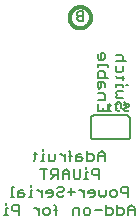
<source format=gbr>
G04 EAGLE Gerber RS-274X export*
G75*
%MOMM*%
%FSLAX34Y34*%
%LPD*%
%INSilkscreen Bottom*%
%IPPOS*%
%AMOC8*
5,1,8,0,0,1.08239X$1,22.5*%
G01*
%ADD10C,0.152400*%
%ADD11C,0.304800*%
%ADD12C,0.203200*%


D10*
X107025Y99687D02*
X108465Y98247D01*
X108465Y95365D01*
X107025Y93925D01*
X105584Y93925D01*
X104144Y95365D01*
X104144Y98247D01*
X102703Y99687D01*
X101263Y99687D01*
X99822Y98247D01*
X99822Y95365D01*
X101263Y93925D01*
X101263Y103280D02*
X105584Y103280D01*
X101263Y103280D02*
X99822Y104721D01*
X101263Y106161D01*
X99822Y107602D01*
X101263Y109042D01*
X105584Y109042D01*
X105584Y112635D02*
X105584Y114076D01*
X99822Y114076D01*
X99822Y115516D02*
X99822Y112635D01*
X108465Y114076D02*
X109906Y114076D01*
X107025Y120313D02*
X101263Y120313D01*
X99822Y121753D01*
X105584Y121753D02*
X105584Y118872D01*
X105584Y126549D02*
X105584Y130871D01*
X105584Y126549D02*
X104144Y125109D01*
X101263Y125109D01*
X99822Y126549D01*
X99822Y130871D01*
X99822Y134464D02*
X108465Y134464D01*
X105584Y135905D02*
X104144Y134464D01*
X105584Y135905D02*
X105584Y138786D01*
X104144Y140226D01*
X99822Y140226D01*
X93225Y98128D02*
X93225Y92366D01*
X84582Y92366D01*
X84582Y98128D01*
X88904Y95247D02*
X88904Y92366D01*
X90344Y101721D02*
X84582Y101721D01*
X90344Y101721D02*
X90344Y106043D01*
X88904Y107483D01*
X84582Y107483D01*
X90344Y112517D02*
X90344Y115398D01*
X88904Y116838D01*
X84582Y116838D01*
X84582Y112517D01*
X86023Y111076D01*
X87463Y112517D01*
X87463Y116838D01*
X84582Y120431D02*
X93225Y120431D01*
X84582Y120431D02*
X84582Y124753D01*
X86023Y126193D01*
X88904Y126193D01*
X90344Y124753D01*
X90344Y120431D01*
X93225Y129786D02*
X93225Y131227D01*
X84582Y131227D01*
X84582Y129786D02*
X84582Y132668D01*
X84582Y137464D02*
X84582Y140345D01*
X84582Y137464D02*
X86023Y136023D01*
X88904Y136023D01*
X90344Y137464D01*
X90344Y140345D01*
X88904Y141785D01*
X87463Y141785D01*
X87463Y136023D01*
X90892Y56054D02*
X90892Y50292D01*
X90892Y56054D02*
X88010Y58935D01*
X85129Y56054D01*
X85129Y50292D01*
X85129Y54614D02*
X90892Y54614D01*
X75774Y58935D02*
X75774Y50292D01*
X80096Y50292D01*
X81536Y51733D01*
X81536Y54614D01*
X80096Y56054D01*
X75774Y56054D01*
X70741Y56054D02*
X67860Y56054D01*
X66419Y54614D01*
X66419Y50292D01*
X70741Y50292D01*
X72181Y51733D01*
X70741Y53173D01*
X66419Y53173D01*
X61385Y50292D02*
X61385Y57495D01*
X59945Y58935D01*
X59945Y54614D02*
X62826Y54614D01*
X56589Y56054D02*
X56589Y50292D01*
X56589Y53173D02*
X53708Y56054D01*
X52268Y56054D01*
X48793Y56054D02*
X48793Y51733D01*
X47353Y50292D01*
X43031Y50292D01*
X43031Y56054D01*
X39438Y56054D02*
X37998Y56054D01*
X37998Y50292D01*
X39438Y50292D02*
X36557Y50292D01*
X37998Y58935D02*
X37998Y60376D01*
X31761Y57495D02*
X31761Y51733D01*
X30320Y50292D01*
X30320Y56054D02*
X33201Y56054D01*
X85434Y43695D02*
X85434Y35052D01*
X85434Y43695D02*
X81113Y43695D01*
X79672Y42255D01*
X79672Y39374D01*
X81113Y37933D01*
X85434Y37933D01*
X76079Y40814D02*
X74639Y40814D01*
X74639Y35052D01*
X76079Y35052D02*
X73198Y35052D01*
X74639Y43695D02*
X74639Y45136D01*
X69842Y43695D02*
X69842Y36493D01*
X68402Y35052D01*
X65521Y35052D01*
X64080Y36493D01*
X64080Y43695D01*
X60487Y40814D02*
X60487Y35052D01*
X60487Y40814D02*
X57606Y43695D01*
X54725Y40814D01*
X54725Y35052D01*
X54725Y39374D02*
X60487Y39374D01*
X51132Y43695D02*
X51132Y35052D01*
X51132Y43695D02*
X46810Y43695D01*
X45370Y42255D01*
X45370Y39374D01*
X46810Y37933D01*
X51132Y37933D01*
X48251Y37933D02*
X45370Y35052D01*
X38896Y35052D02*
X38896Y43695D01*
X41777Y43695D02*
X36015Y43695D01*
X110382Y28455D02*
X110382Y19812D01*
X110382Y28455D02*
X106060Y28455D01*
X104619Y27015D01*
X104619Y24134D01*
X106060Y22693D01*
X110382Y22693D01*
X99586Y19812D02*
X96705Y19812D01*
X95264Y21253D01*
X95264Y24134D01*
X96705Y25574D01*
X99586Y25574D01*
X101026Y24134D01*
X101026Y21253D01*
X99586Y19812D01*
X91671Y21253D02*
X91671Y25574D01*
X91671Y21253D02*
X90231Y19812D01*
X88790Y21253D01*
X87350Y19812D01*
X85909Y21253D01*
X85909Y25574D01*
X80875Y19812D02*
X77994Y19812D01*
X80875Y19812D02*
X82316Y21253D01*
X82316Y24134D01*
X80875Y25574D01*
X77994Y25574D01*
X76554Y24134D01*
X76554Y22693D01*
X82316Y22693D01*
X72961Y19812D02*
X72961Y25574D01*
X72961Y22693D02*
X70080Y25574D01*
X68639Y25574D01*
X65165Y24134D02*
X59403Y24134D01*
X62284Y27015D02*
X62284Y21253D01*
X51488Y28455D02*
X50047Y27015D01*
X51488Y28455D02*
X54369Y28455D01*
X55810Y27015D01*
X55810Y25574D01*
X54369Y24134D01*
X51488Y24134D01*
X50047Y22693D01*
X50047Y21253D01*
X51488Y19812D01*
X54369Y19812D01*
X55810Y21253D01*
X45014Y19812D02*
X42133Y19812D01*
X45014Y19812D02*
X46454Y21253D01*
X46454Y24134D01*
X45014Y25574D01*
X42133Y25574D01*
X40692Y24134D01*
X40692Y22693D01*
X46454Y22693D01*
X37099Y19812D02*
X37099Y25574D01*
X37099Y22693D02*
X34218Y25574D01*
X32778Y25574D01*
X29303Y25574D02*
X27863Y25574D01*
X27863Y19812D01*
X29303Y19812D02*
X26422Y19812D01*
X27863Y28455D02*
X27863Y29896D01*
X21626Y25574D02*
X18745Y25574D01*
X17304Y24134D01*
X17304Y19812D01*
X21626Y19812D01*
X23067Y21253D01*
X21626Y22693D01*
X17304Y22693D01*
X13711Y28455D02*
X12271Y28455D01*
X12271Y19812D01*
X13711Y19812D02*
X10830Y19812D01*
X115839Y10334D02*
X115839Y4572D01*
X115839Y10334D02*
X112958Y13215D01*
X110077Y10334D01*
X110077Y4572D01*
X110077Y8894D02*
X115839Y8894D01*
X100721Y13215D02*
X100721Y4572D01*
X105043Y4572D01*
X106484Y6013D01*
X106484Y8894D01*
X105043Y10334D01*
X100721Y10334D01*
X91366Y13215D02*
X91366Y4572D01*
X95688Y4572D01*
X97128Y6013D01*
X97128Y8894D01*
X95688Y10334D01*
X91366Y10334D01*
X87773Y8894D02*
X82011Y8894D01*
X76977Y4572D02*
X74096Y4572D01*
X72656Y6013D01*
X72656Y8894D01*
X74096Y10334D01*
X76977Y10334D01*
X78418Y8894D01*
X78418Y6013D01*
X76977Y4572D01*
X69063Y4572D02*
X69063Y10334D01*
X64741Y10334D01*
X63301Y8894D01*
X63301Y4572D01*
X48912Y4572D02*
X48912Y11775D01*
X47471Y13215D01*
X47471Y8894D02*
X50352Y8894D01*
X42675Y4572D02*
X39794Y4572D01*
X38353Y6013D01*
X38353Y8894D01*
X39794Y10334D01*
X42675Y10334D01*
X44116Y8894D01*
X44116Y6013D01*
X42675Y4572D01*
X34760Y4572D02*
X34760Y10334D01*
X34760Y7453D02*
X31879Y10334D01*
X30439Y10334D01*
X17609Y13215D02*
X17609Y4572D01*
X17609Y13215D02*
X13288Y13215D01*
X11847Y11775D01*
X11847Y8894D01*
X13288Y7453D01*
X17609Y7453D01*
X8254Y10334D02*
X6814Y10334D01*
X6814Y4572D01*
X8254Y4572D02*
X5373Y4572D01*
X6814Y13215D02*
X6814Y14656D01*
D11*
X60870Y171450D02*
X60873Y171670D01*
X60881Y171891D01*
X60894Y172111D01*
X60913Y172330D01*
X60938Y172549D01*
X60967Y172768D01*
X61002Y172985D01*
X61043Y173202D01*
X61088Y173418D01*
X61139Y173632D01*
X61195Y173845D01*
X61257Y174057D01*
X61323Y174267D01*
X61395Y174475D01*
X61472Y174682D01*
X61554Y174886D01*
X61640Y175089D01*
X61732Y175289D01*
X61829Y175488D01*
X61930Y175683D01*
X62037Y175876D01*
X62148Y176067D01*
X62263Y176254D01*
X62383Y176439D01*
X62508Y176621D01*
X62637Y176799D01*
X62771Y176975D01*
X62908Y177147D01*
X63050Y177315D01*
X63196Y177481D01*
X63346Y177642D01*
X63500Y177800D01*
X63658Y177954D01*
X63819Y178104D01*
X63985Y178250D01*
X64153Y178392D01*
X64325Y178529D01*
X64501Y178663D01*
X64679Y178792D01*
X64861Y178917D01*
X65046Y179037D01*
X65233Y179152D01*
X65424Y179263D01*
X65617Y179370D01*
X65812Y179471D01*
X66011Y179568D01*
X66211Y179660D01*
X66414Y179746D01*
X66618Y179828D01*
X66825Y179905D01*
X67033Y179977D01*
X67243Y180043D01*
X67455Y180105D01*
X67668Y180161D01*
X67882Y180212D01*
X68098Y180257D01*
X68315Y180298D01*
X68532Y180333D01*
X68751Y180362D01*
X68970Y180387D01*
X69189Y180406D01*
X69409Y180419D01*
X69630Y180427D01*
X69850Y180430D01*
X70070Y180427D01*
X70291Y180419D01*
X70511Y180406D01*
X70730Y180387D01*
X70949Y180362D01*
X71168Y180333D01*
X71385Y180298D01*
X71602Y180257D01*
X71818Y180212D01*
X72032Y180161D01*
X72245Y180105D01*
X72457Y180043D01*
X72667Y179977D01*
X72875Y179905D01*
X73082Y179828D01*
X73286Y179746D01*
X73489Y179660D01*
X73689Y179568D01*
X73888Y179471D01*
X74083Y179370D01*
X74276Y179263D01*
X74467Y179152D01*
X74654Y179037D01*
X74839Y178917D01*
X75021Y178792D01*
X75199Y178663D01*
X75375Y178529D01*
X75547Y178392D01*
X75715Y178250D01*
X75881Y178104D01*
X76042Y177954D01*
X76200Y177800D01*
X76354Y177642D01*
X76504Y177481D01*
X76650Y177315D01*
X76792Y177147D01*
X76929Y176975D01*
X77063Y176799D01*
X77192Y176621D01*
X77317Y176439D01*
X77437Y176254D01*
X77552Y176067D01*
X77663Y175876D01*
X77770Y175683D01*
X77871Y175488D01*
X77968Y175289D01*
X78060Y175089D01*
X78146Y174886D01*
X78228Y174682D01*
X78305Y174475D01*
X78377Y174267D01*
X78443Y174057D01*
X78505Y173845D01*
X78561Y173632D01*
X78612Y173418D01*
X78657Y173202D01*
X78698Y172985D01*
X78733Y172768D01*
X78762Y172549D01*
X78787Y172330D01*
X78806Y172111D01*
X78819Y171891D01*
X78827Y171670D01*
X78830Y171450D01*
X78827Y171230D01*
X78819Y171009D01*
X78806Y170789D01*
X78787Y170570D01*
X78762Y170351D01*
X78733Y170132D01*
X78698Y169915D01*
X78657Y169698D01*
X78612Y169482D01*
X78561Y169268D01*
X78505Y169055D01*
X78443Y168843D01*
X78377Y168633D01*
X78305Y168425D01*
X78228Y168218D01*
X78146Y168014D01*
X78060Y167811D01*
X77968Y167611D01*
X77871Y167412D01*
X77770Y167217D01*
X77663Y167024D01*
X77552Y166833D01*
X77437Y166646D01*
X77317Y166461D01*
X77192Y166279D01*
X77063Y166101D01*
X76929Y165925D01*
X76792Y165753D01*
X76650Y165585D01*
X76504Y165419D01*
X76354Y165258D01*
X76200Y165100D01*
X76042Y164946D01*
X75881Y164796D01*
X75715Y164650D01*
X75547Y164508D01*
X75375Y164371D01*
X75199Y164237D01*
X75021Y164108D01*
X74839Y163983D01*
X74654Y163863D01*
X74467Y163748D01*
X74276Y163637D01*
X74083Y163530D01*
X73888Y163429D01*
X73689Y163332D01*
X73489Y163240D01*
X73286Y163154D01*
X73082Y163072D01*
X72875Y162995D01*
X72667Y162923D01*
X72457Y162857D01*
X72245Y162795D01*
X72032Y162739D01*
X71818Y162688D01*
X71602Y162643D01*
X71385Y162602D01*
X71168Y162567D01*
X70949Y162538D01*
X70730Y162513D01*
X70511Y162494D01*
X70291Y162481D01*
X70070Y162473D01*
X69850Y162470D01*
X69630Y162473D01*
X69409Y162481D01*
X69189Y162494D01*
X68970Y162513D01*
X68751Y162538D01*
X68532Y162567D01*
X68315Y162602D01*
X68098Y162643D01*
X67882Y162688D01*
X67668Y162739D01*
X67455Y162795D01*
X67243Y162857D01*
X67033Y162923D01*
X66825Y162995D01*
X66618Y163072D01*
X66414Y163154D01*
X66211Y163240D01*
X66011Y163332D01*
X65812Y163429D01*
X65617Y163530D01*
X65424Y163637D01*
X65233Y163748D01*
X65046Y163863D01*
X64861Y163983D01*
X64679Y164108D01*
X64501Y164237D01*
X64325Y164371D01*
X64153Y164508D01*
X63985Y164650D01*
X63819Y164796D01*
X63658Y164946D01*
X63500Y165100D01*
X63346Y165258D01*
X63196Y165419D01*
X63050Y165585D01*
X62908Y165753D01*
X62771Y165925D01*
X62637Y166101D01*
X62508Y166279D01*
X62383Y166461D01*
X62263Y166646D01*
X62148Y166833D01*
X62037Y167024D01*
X61930Y167217D01*
X61829Y167412D01*
X61732Y167611D01*
X61640Y167811D01*
X61554Y168014D01*
X61472Y168218D01*
X61395Y168425D01*
X61323Y168633D01*
X61257Y168843D01*
X61195Y169055D01*
X61139Y169268D01*
X61088Y169482D01*
X61043Y169698D01*
X61002Y169915D01*
X60967Y170132D01*
X60938Y170351D01*
X60913Y170570D01*
X60894Y170789D01*
X60881Y171009D01*
X60873Y171230D01*
X60870Y171450D01*
D12*
X72390Y168656D02*
X72390Y176791D01*
X68323Y176791D01*
X66967Y175435D01*
X66967Y174079D01*
X68323Y172723D01*
X66967Y171368D01*
X66967Y170012D01*
X68323Y168656D01*
X72390Y168656D01*
X72390Y172723D02*
X68323Y172723D01*
X81280Y68580D02*
X109220Y68580D01*
X81280Y88900D02*
X81180Y88898D01*
X81081Y88892D01*
X80981Y88882D01*
X80883Y88869D01*
X80784Y88851D01*
X80687Y88830D01*
X80591Y88805D01*
X80495Y88776D01*
X80401Y88743D01*
X80308Y88707D01*
X80217Y88667D01*
X80127Y88623D01*
X80039Y88576D01*
X79953Y88526D01*
X79869Y88472D01*
X79787Y88415D01*
X79708Y88355D01*
X79630Y88291D01*
X79556Y88225D01*
X79484Y88156D01*
X79415Y88084D01*
X79349Y88010D01*
X79285Y87932D01*
X79225Y87853D01*
X79168Y87771D01*
X79114Y87687D01*
X79064Y87601D01*
X79017Y87513D01*
X78973Y87423D01*
X78933Y87332D01*
X78897Y87239D01*
X78864Y87145D01*
X78835Y87049D01*
X78810Y86953D01*
X78789Y86856D01*
X78771Y86757D01*
X78758Y86659D01*
X78748Y86559D01*
X78742Y86460D01*
X78740Y86360D01*
X109220Y88900D02*
X109320Y88898D01*
X109419Y88892D01*
X109519Y88882D01*
X109617Y88869D01*
X109716Y88851D01*
X109813Y88830D01*
X109909Y88805D01*
X110005Y88776D01*
X110099Y88743D01*
X110192Y88707D01*
X110283Y88667D01*
X110373Y88623D01*
X110461Y88576D01*
X110547Y88526D01*
X110631Y88472D01*
X110713Y88415D01*
X110792Y88355D01*
X110870Y88291D01*
X110944Y88225D01*
X111016Y88156D01*
X111085Y88084D01*
X111151Y88010D01*
X111215Y87932D01*
X111275Y87853D01*
X111332Y87771D01*
X111386Y87687D01*
X111436Y87601D01*
X111483Y87513D01*
X111527Y87423D01*
X111567Y87332D01*
X111603Y87239D01*
X111636Y87145D01*
X111665Y87049D01*
X111690Y86953D01*
X111711Y86856D01*
X111729Y86757D01*
X111742Y86659D01*
X111752Y86559D01*
X111758Y86460D01*
X111760Y86360D01*
X111760Y71120D02*
X111758Y71020D01*
X111752Y70921D01*
X111742Y70821D01*
X111729Y70723D01*
X111711Y70624D01*
X111690Y70527D01*
X111665Y70431D01*
X111636Y70335D01*
X111603Y70241D01*
X111567Y70148D01*
X111527Y70057D01*
X111483Y69967D01*
X111436Y69879D01*
X111386Y69793D01*
X111332Y69709D01*
X111275Y69627D01*
X111215Y69548D01*
X111151Y69470D01*
X111085Y69396D01*
X111016Y69324D01*
X110944Y69255D01*
X110870Y69189D01*
X110792Y69125D01*
X110713Y69065D01*
X110631Y69008D01*
X110547Y68954D01*
X110461Y68904D01*
X110373Y68857D01*
X110283Y68813D01*
X110192Y68773D01*
X110099Y68737D01*
X110005Y68704D01*
X109909Y68675D01*
X109813Y68650D01*
X109716Y68629D01*
X109617Y68611D01*
X109519Y68598D01*
X109419Y68588D01*
X109320Y68582D01*
X109220Y68580D01*
X81280Y68580D02*
X81180Y68582D01*
X81081Y68588D01*
X80981Y68598D01*
X80883Y68611D01*
X80784Y68629D01*
X80687Y68650D01*
X80591Y68675D01*
X80495Y68704D01*
X80401Y68737D01*
X80308Y68773D01*
X80217Y68813D01*
X80127Y68857D01*
X80039Y68904D01*
X79953Y68954D01*
X79869Y69008D01*
X79787Y69065D01*
X79708Y69125D01*
X79630Y69189D01*
X79556Y69255D01*
X79484Y69324D01*
X79415Y69396D01*
X79349Y69470D01*
X79285Y69548D01*
X79225Y69627D01*
X79168Y69709D01*
X79114Y69793D01*
X79064Y69879D01*
X79017Y69967D01*
X78973Y70057D01*
X78933Y70148D01*
X78897Y70241D01*
X78864Y70335D01*
X78835Y70431D01*
X78810Y70527D01*
X78789Y70624D01*
X78771Y70723D01*
X78758Y70821D01*
X78748Y70921D01*
X78742Y71020D01*
X78740Y71120D01*
X78740Y86360D01*
X111760Y86360D02*
X111760Y71120D01*
X109220Y88900D02*
X81280Y88900D01*
D10*
X106592Y97710D02*
X107693Y98812D01*
X109896Y98812D01*
X110998Y97710D01*
X110998Y96608D01*
X109896Y95507D01*
X107693Y95507D01*
X106592Y94405D01*
X106592Y93304D01*
X107693Y92202D01*
X109896Y92202D01*
X110998Y93304D01*
X103514Y93304D02*
X102412Y92202D01*
X101311Y92202D01*
X100209Y93304D01*
X100209Y98812D01*
X101311Y98812D02*
X99107Y98812D01*
X96030Y96608D02*
X93827Y98812D01*
X93827Y92202D01*
X96030Y92202D02*
X91623Y92202D01*
M02*

</source>
